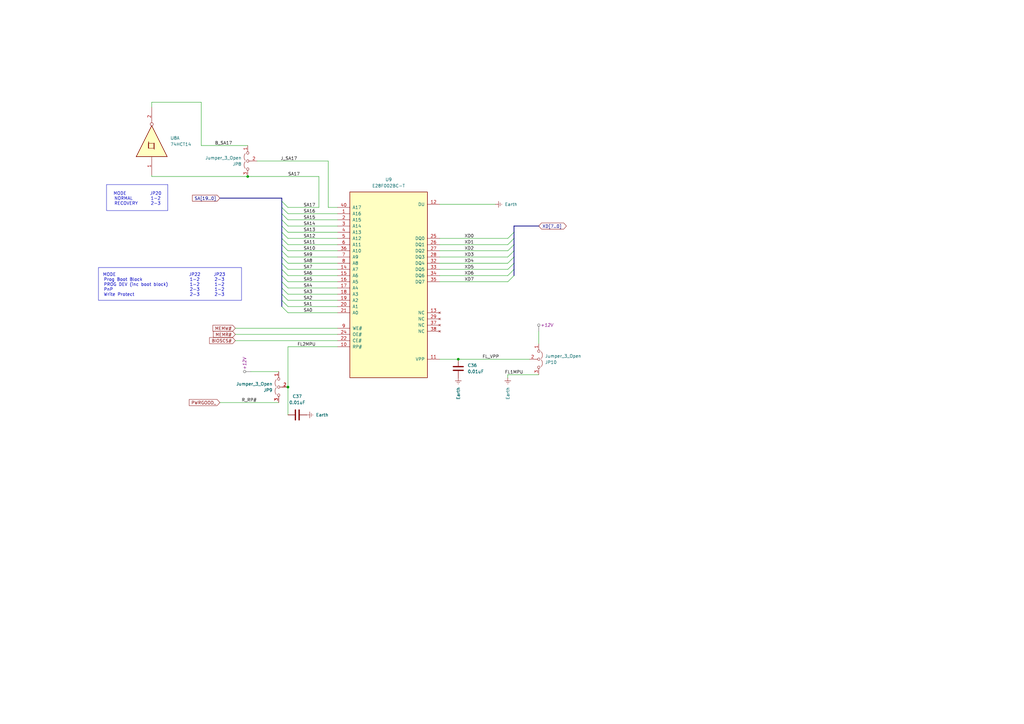
<source format=kicad_sch>
(kicad_sch
	(version 20241004)
	(generator "eeschema")
	(generator_version "8.99")
	(uuid "c21d09c4-6e55-413b-846c-46e45027be87")
	(paper "A3")
	(title_block
		(date "Thursday, April 09, 1998")
		(rev "1.0")
	)
	(lib_symbols
		(symbol "Device:C"
			(pin_numbers
				(hide yes)
			)
			(pin_names
				(offset 0.254)
			)
			(exclude_from_sim no)
			(in_bom yes)
			(on_board yes)
			(property "Reference" "C"
				(at 0.635 2.54 0)
				(effects
					(font
						(size 1.27 1.27)
					)
					(justify left)
				)
			)
			(property "Value" "C"
				(at 0.635 -2.54 0)
				(effects
					(font
						(size 1.27 1.27)
					)
					(justify left)
				)
			)
			(property "Footprint" ""
				(at 0.9652 -3.81 0)
				(effects
					(font
						(size 1.27 1.27)
					)
					(hide yes)
				)
			)
			(property "Datasheet" "~"
				(at 0 0 0)
				(effects
					(font
						(size 1.27 1.27)
					)
					(hide yes)
				)
			)
			(property "Description" "Unpolarized capacitor"
				(at 0 0 0)
				(effects
					(font
						(size 1.27 1.27)
					)
					(hide yes)
				)
			)
			(property "ki_keywords" "cap capacitor"
				(at 0 0 0)
				(effects
					(font
						(size 1.27 1.27)
					)
					(hide yes)
				)
			)
			(property "ki_fp_filters" "C_*"
				(at 0 0 0)
				(effects
					(font
						(size 1.27 1.27)
					)
					(hide yes)
				)
			)
			(symbol "C_0_1"
				(polyline
					(pts
						(xy -2.032 0.762) (xy 2.032 0.762)
					)
					(stroke
						(width 0.508)
						(type default)
					)
					(fill
						(type none)
					)
				)
				(polyline
					(pts
						(xy -2.032 -0.762) (xy 2.032 -0.762)
					)
					(stroke
						(width 0.508)
						(type default)
					)
					(fill
						(type none)
					)
				)
			)
			(symbol "C_1_1"
				(pin passive line
					(at 0 3.81 270)
					(length 2.794)
					(name "~"
						(effects
							(font
								(size 1.27 1.27)
							)
						)
					)
					(number "1"
						(effects
							(font
								(size 1.27 1.27)
							)
						)
					)
				)
				(pin passive line
					(at 0 -3.81 90)
					(length 2.794)
					(name "~"
						(effects
							(font
								(size 1.27 1.27)
							)
						)
					)
					(number "2"
						(effects
							(font
								(size 1.27 1.27)
							)
						)
					)
				)
			)
			(embedded_fonts no)
		)
		(symbol "Jumper:Jumper_3_Open"
			(pin_names
				(offset 0)
				(hide yes)
			)
			(exclude_from_sim yes)
			(in_bom no)
			(on_board yes)
			(property "Reference" "JP"
				(at -2.54 -2.54 0)
				(effects
					(font
						(size 1.27 1.27)
					)
				)
			)
			(property "Value" "Jumper_3_Open"
				(at 0 2.794 0)
				(effects
					(font
						(size 1.27 1.27)
					)
				)
			)
			(property "Footprint" ""
				(at 0 0 0)
				(effects
					(font
						(size 1.27 1.27)
					)
					(hide yes)
				)
			)
			(property "Datasheet" "~"
				(at 0 0 0)
				(effects
					(font
						(size 1.27 1.27)
					)
					(hide yes)
				)
			)
			(property "Description" "Jumper, 3-pole, both open"
				(at 0 0 0)
				(effects
					(font
						(size 1.27 1.27)
					)
					(hide yes)
				)
			)
			(property "ki_keywords" "Jumper SPDT"
				(at 0 0 0)
				(effects
					(font
						(size 1.27 1.27)
					)
					(hide yes)
				)
			)
			(property "ki_fp_filters" "Jumper* TestPoint*3Pads* TestPoint*Bridge*"
				(at 0 0 0)
				(effects
					(font
						(size 1.27 1.27)
					)
					(hide yes)
				)
			)
			(symbol "Jumper_3_Open_0_0"
				(circle
					(center -3.302 0)
					(radius 0.508)
					(stroke
						(width 0)
						(type default)
					)
					(fill
						(type none)
					)
				)
				(circle
					(center 0 0)
					(radius 0.508)
					(stroke
						(width 0)
						(type default)
					)
					(fill
						(type none)
					)
				)
				(circle
					(center 3.302 0)
					(radius 0.508)
					(stroke
						(width 0)
						(type default)
					)
					(fill
						(type none)
					)
				)
			)
			(symbol "Jumper_3_Open_0_1"
				(arc
					(start -3.048 1.016)
					(mid -1.651 1.4992)
					(end -0.254 1.016)
					(stroke
						(width 0)
						(type default)
					)
					(fill
						(type none)
					)
				)
				(polyline
					(pts
						(xy 0 -0.508) (xy 0 -1.27)
					)
					(stroke
						(width 0)
						(type default)
					)
					(fill
						(type none)
					)
				)
				(arc
					(start 0.254 1.016)
					(mid 1.651 1.4992)
					(end 3.048 1.016)
					(stroke
						(width 0)
						(type default)
					)
					(fill
						(type none)
					)
				)
			)
			(symbol "Jumper_3_Open_1_1"
				(pin passive line
					(at -6.35 0 0)
					(length 2.54)
					(name "A"
						(effects
							(font
								(size 1.27 1.27)
							)
						)
					)
					(number "1"
						(effects
							(font
								(size 1.27 1.27)
							)
						)
					)
				)
				(pin passive line
					(at 0 -3.81 90)
					(length 2.54)
					(name "C"
						(effects
							(font
								(size 1.27 1.27)
							)
						)
					)
					(number "2"
						(effects
							(font
								(size 1.27 1.27)
							)
						)
					)
				)
				(pin passive line
					(at 6.35 0 180)
					(length 2.54)
					(name "B"
						(effects
							(font
								(size 1.27 1.27)
							)
						)
					)
					(number "3"
						(effects
							(font
								(size 1.27 1.27)
							)
						)
					)
				)
			)
			(embedded_fonts no)
		)
		(symbol "P2-3_era:74HCT14"
			(exclude_from_sim no)
			(in_bom yes)
			(on_board yes)
			(property "Reference" "U"
				(at -6.858 5.588 0)
				(effects
					(font
						(size 1.27 1.27)
					)
				)
			)
			(property "Value" "74HCT14"
				(at 4.318 5.842 0)
				(effects
					(font
						(size 1.27 1.27)
					)
				)
			)
			(property "Footprint" ""
				(at 6.604 2.286 90)
				(effects
					(font
						(size 1.27 1.27)
					)
					(hide yes)
				)
			)
			(property "Datasheet" "https://www.diodes.com/assets/Datasheets/74HCT14.pdf"
				(at 5.334 7.112 0)
				(effects
					(font
						(size 1.27 1.27)
					)
					(hide yes)
				)
			)
			(property "Description" "6x Schmitt trigger input inverter"
				(at 0.254 -14.224 0)
				(effects
					(font
						(size 1.27 1.27)
					)
					(hide yes)
				)
			)
			(property "ki_locked" ""
				(at 0 0 0)
				(effects
					(font
						(size 1.27 1.27)
					)
				)
			)
			(property "ki_keywords" "6 Schmitt trigger input inverter"
				(at 0 0 0)
				(effects
					(font
						(size 1.27 1.27)
					)
					(hide yes)
				)
			)
			(property "ki_fp_filters" "SG-* SOT*"
				(at 0 0 0)
				(effects
					(font
						(size 1.27 1.27)
					)
					(hide yes)
				)
			)
			(symbol "74HCT14_0_1"
				(rectangle
					(start -1.143 1.397)
					(end 0.889 -0.889)
					(stroke
						(width 0)
						(type default)
					)
					(fill
						(type none)
					)
				)
			)
			(symbol "74HCT14_1_1"
				(polyline
					(pts
						(xy -4.572 6.35) (xy -4.572 -6.35) (xy 8.128 0) (xy -4.572 6.35)
					)
					(stroke
						(width 0.254)
						(type default)
					)
					(fill
						(type background)
					)
				)
				(polyline
					(pts
						(xy -1.524 -1.016) (xy 1.016 -1.016)
					)
					(stroke
						(width 0.254)
						(type default)
					)
					(fill
						(type background)
					)
				)
				(polyline
					(pts
						(xy -1.016 1.27) (xy 1.524 1.27)
					)
					(stroke
						(width 0.254)
						(type default)
					)
					(fill
						(type background)
					)
				)
				(pin input line
					(at -12.192 0 0)
					(length 7.62)
					(name "~"
						(effects
							(font
								(size 1.27 1.27)
							)
						)
					)
					(number "1"
						(effects
							(font
								(size 1.27 1.27)
							)
						)
					)
				)
				(pin open_collector inverted
					(at 15.748 0 180)
					(length 7.62)
					(name "~"
						(effects
							(font
								(size 1.27 1.27)
							)
						)
					)
					(number "2"
						(effects
							(font
								(size 1.27 1.27)
							)
						)
					)
				)
			)
			(symbol "74HCT14_2_1"
				(polyline
					(pts
						(xy -5.08 6.35) (xy -5.08 -6.35) (xy 7.62 0) (xy -5.08 6.35)
					)
					(stroke
						(width 0.254)
						(type default)
					)
					(fill
						(type background)
					)
				)
				(polyline
					(pts
						(xy -2.032 -1.016) (xy 0.508 -1.016)
					)
					(stroke
						(width 0.254)
						(type default)
					)
					(fill
						(type background)
					)
				)
				(polyline
					(pts
						(xy -1.524 1.27) (xy 1.016 1.27)
					)
					(stroke
						(width 0.254)
						(type default)
					)
					(fill
						(type background)
					)
				)
				(pin input line
					(at -12.7 0 0)
					(length 7.62)
					(name "~"
						(effects
							(font
								(size 1.27 1.27)
							)
						)
					)
					(number "3"
						(effects
							(font
								(size 1.27 1.27)
							)
						)
					)
				)
				(pin open_collector inverted
					(at 15.24 0 180)
					(length 7.62)
					(name "~"
						(effects
							(font
								(size 1.27 1.27)
							)
						)
					)
					(number "4"
						(effects
							(font
								(size 1.27 1.27)
							)
						)
					)
				)
			)
			(symbol "74HCT14_3_1"
				(polyline
					(pts
						(xy -4.826 6.35) (xy -4.826 -6.35) (xy 7.874 0) (xy -4.826 6.35)
					)
					(stroke
						(width 0.254)
						(type default)
					)
					(fill
						(type background)
					)
				)
				(polyline
					(pts
						(xy -1.778 -1.016) (xy 0.762 -1.016)
					)
					(stroke
						(width 0.254)
						(type default)
					)
					(fill
						(type background)
					)
				)
				(polyline
					(pts
						(xy -1.27 1.27) (xy 1.27 1.27)
					)
					(stroke
						(width 0.254)
						(type default)
					)
					(fill
						(type background)
					)
				)
				(pin input line
					(at -12.446 0 0)
					(length 7.62)
					(name "~"
						(effects
							(font
								(size 1.27 1.27)
							)
						)
					)
					(number "5"
						(effects
							(font
								(size 1.27 1.27)
							)
						)
					)
				)
				(pin open_collector inverted
					(at 15.494 0 180)
					(length 7.62)
					(name "~"
						(effects
							(font
								(size 1.27 1.27)
							)
						)
					)
					(number "6"
						(effects
							(font
								(size 1.27 1.27)
							)
						)
					)
				)
			)
			(symbol "74HCT14_4_1"
				(polyline
					(pts
						(xy -4.826 6.35) (xy -4.826 -6.35) (xy 7.874 0) (xy -4.826 6.35)
					)
					(stroke
						(width 0.254)
						(type default)
					)
					(fill
						(type background)
					)
				)
				(polyline
					(pts
						(xy -1.778 -1.016) (xy 0.762 -1.016)
					)
					(stroke
						(width 0.254)
						(type default)
					)
					(fill
						(type background)
					)
				)
				(polyline
					(pts
						(xy -1.27 1.27) (xy 1.27 1.27)
					)
					(stroke
						(width 0.254)
						(type default)
					)
					(fill
						(type background)
					)
				)
				(pin input line
					(at -12.446 0 0)
					(length 7.62)
					(name "~"
						(effects
							(font
								(size 1.27 1.27)
							)
						)
					)
					(number "9"
						(effects
							(font
								(size 1.27 1.27)
							)
						)
					)
				)
				(pin open_collector inverted
					(at 15.494 0 180)
					(length 7.62)
					(name "~"
						(effects
							(font
								(size 1.27 1.27)
							)
						)
					)
					(number "8"
						(effects
							(font
								(size 1.27 1.27)
							)
						)
					)
				)
			)
			(symbol "74HCT14_5_1"
				(polyline
					(pts
						(xy -4.572 6.604) (xy -4.572 -6.096) (xy 8.128 0.254) (xy -4.572 6.604)
					)
					(stroke
						(width 0.254)
						(type default)
					)
					(fill
						(type background)
					)
				)
				(polyline
					(pts
						(xy -1.524 -0.762) (xy 1.016 -0.762)
					)
					(stroke
						(width 0.254)
						(type default)
					)
					(fill
						(type background)
					)
				)
				(polyline
					(pts
						(xy -1.016 1.524) (xy 1.524 1.524)
					)
					(stroke
						(width 0.254)
						(type default)
					)
					(fill
						(type background)
					)
				)
				(pin input line
					(at -12.192 0.254 0)
					(length 7.62)
					(name "~"
						(effects
							(font
								(size 1.27 1.27)
							)
						)
					)
					(number "11"
						(effects
							(font
								(size 1.27 1.27)
							)
						)
					)
				)
				(pin open_collector inverted
					(at 15.748 0.254 180)
					(length 7.62)
					(name "~"
						(effects
							(font
								(size 1.27 1.27)
							)
						)
					)
					(number "10"
						(effects
							(font
								(size 1.27 1.27)
							)
						)
					)
				)
			)
			(symbol "74HCT14_6_1"
				(polyline
					(pts
						(xy -4.826 -6.096) (xy -4.826 6.604) (xy 7.874 0.254) (xy -4.826 -6.096)
					)
					(stroke
						(width 0.254)
						(type default)
					)
					(fill
						(type background)
					)
				)
				(polyline
					(pts
						(xy -1.778 1.27) (xy 0.762 1.27)
					)
					(stroke
						(width 0.254)
						(type default)
					)
					(fill
						(type background)
					)
				)
				(polyline
					(pts
						(xy -1.27 -1.016) (xy 1.27 -1.016)
					)
					(stroke
						(width 0.254)
						(type default)
					)
					(fill
						(type background)
					)
				)
				(pin input line
					(at -12.446 0.254 0)
					(length 7.62)
					(name "~"
						(effects
							(font
								(size 1.27 1.27)
							)
						)
					)
					(number "13"
						(effects
							(font
								(size 1.27 1.27)
							)
						)
					)
				)
				(pin open_collector inverted
					(at 15.494 0.254 180)
					(length 7.62)
					(name "~"
						(effects
							(font
								(size 1.27 1.27)
							)
						)
					)
					(number "12"
						(effects
							(font
								(size 1.27 1.27)
							)
						)
					)
				)
			)
			(symbol "74HCT14_7_0"
				(rectangle
					(start -5.334 -7.62)
					(end 4.826 2.54)
					(stroke
						(width 0.254)
						(type default)
					)
					(fill
						(type background)
					)
				)
			)
			(symbol "74HCT14_7_1"
				(polyline
					(pts
						(xy 0.889 -0.889) (xy -1.651 -0.889)
					)
					(stroke
						(width 0.254)
						(type default)
					)
					(fill
						(type background)
					)
				)
				(polyline
					(pts
						(xy 1.397 1.397) (xy -1.143 1.397)
					)
					(stroke
						(width 0.254)
						(type default)
					)
					(fill
						(type background)
					)
				)
				(pin power_in line
					(at -10.414 -2.54 0)
					(length 5.08)
					(name "VCC"
						(effects
							(font
								(size 1.27 1.27)
							)
						)
					)
					(number "14"
						(effects
							(font
								(size 1.27 1.27)
							)
						)
					)
				)
				(pin power_in line
					(at 9.906 -2.54 180)
					(length 5.08)
					(name "GND"
						(effects
							(font
								(size 1.27 1.27)
							)
						)
					)
					(number "7"
						(effects
							(font
								(size 1.27 1.27)
							)
						)
					)
				)
			)
			(embedded_fonts no)
		)
		(symbol "P2-3_era:BIOS"
			(pin_names
				(offset 1.016)
			)
			(exclude_from_sim no)
			(in_bom yes)
			(on_board yes)
			(property "Reference" "U?"
				(at -34.544 65.786 0)
				(effects
					(font
						(size 1.27 1.27)
					)
				)
			)
			(property "Value" "E28F002BC-T"
				(at -33.528 63.246 0)
				(effects
					(font
						(size 1.27 1.27)
					)
				)
			)
			(property "Footprint" ""
				(at -74.13 173.31 0)
				(effects
					(font
						(size 1.27 1.27)
					)
					(hide yes)
				)
			)
			(property "Datasheet" "blah"
				(at -44.45 173.99 0)
				(effects
					(font
						(size 1.27 1.27)
					)
					(hide yes)
				)
			)
			(property "Description" "blah"
				(at -29.718 194.31 0)
				(effects
					(font
						(size 1.27 1.27)
					)
					(hide yes)
				)
			)
			(property "ki_keywords" "AGP1"
				(at 0 0 0)
				(effects
					(font
						(size 1.27 1.27)
					)
					(hide yes)
				)
			)
			(property "ki_fp_filters" "DIP* PDIP*"
				(at 0 0 0)
				(effects
					(font
						(size 1.27 1.27)
					)
					(hide yes)
				)
			)
			(symbol "BIOS_0_1"
				(rectangle
					(start -54.61 60.96)
					(end -22.86 -15.24)
					(stroke
						(width 0.254)
						(type default)
					)
					(fill
						(type background)
					)
				)
			)
			(symbol "BIOS_1_1"
				(pin unspecified line
					(at -59.69 54.61 0)
					(length 5.08)
					(name "A17"
						(effects
							(font
								(size 1.27 1.27)
							)
						)
					)
					(number "40"
						(effects
							(font
								(size 1.27 1.27)
							)
						)
					)
				)
				(pin unspecified line
					(at -59.69 52.07 0)
					(length 5.08)
					(name "A16"
						(effects
							(font
								(size 1.27 1.27)
							)
						)
					)
					(number "1"
						(effects
							(font
								(size 1.27 1.27)
							)
						)
					)
				)
				(pin unspecified line
					(at -59.69 49.53 0)
					(length 5.08)
					(name "A15"
						(effects
							(font
								(size 1.27 1.27)
							)
						)
					)
					(number "2"
						(effects
							(font
								(size 1.27 1.27)
							)
						)
					)
				)
				(pin unspecified line
					(at -59.69 46.99 0)
					(length 5.08)
					(name "A14"
						(effects
							(font
								(size 1.27 1.27)
							)
						)
					)
					(number "3"
						(effects
							(font
								(size 1.27 1.27)
							)
						)
					)
				)
				(pin unspecified line
					(at -59.69 44.45 0)
					(length 5.08)
					(name "A13"
						(effects
							(font
								(size 1.27 1.27)
							)
						)
					)
					(number "4"
						(effects
							(font
								(size 1.27 1.27)
							)
						)
					)
				)
				(pin unspecified line
					(at -59.69 41.91 0)
					(length 5.08)
					(name "A12"
						(effects
							(font
								(size 1.27 1.27)
							)
						)
					)
					(number "5"
						(effects
							(font
								(size 1.27 1.27)
							)
						)
					)
				)
				(pin unspecified line
					(at -59.69 39.37 0)
					(length 5.08)
					(name "A11"
						(effects
							(font
								(size 1.27 1.27)
							)
						)
					)
					(number "6"
						(effects
							(font
								(size 1.27 1.27)
							)
						)
					)
				)
				(pin unspecified line
					(at -59.69 36.83 0)
					(length 5.08)
					(name "A10"
						(effects
							(font
								(size 1.27 1.27)
							)
						)
					)
					(number "36"
						(effects
							(font
								(size 1.27 1.27)
							)
						)
					)
				)
				(pin unspecified line
					(at -59.69 34.29 0)
					(length 5.08)
					(name "A9"
						(effects
							(font
								(size 1.27 1.27)
							)
						)
					)
					(number "7"
						(effects
							(font
								(size 1.27 1.27)
							)
						)
					)
				)
				(pin unspecified line
					(at -59.69 31.75 0)
					(length 5.08)
					(name "A8"
						(effects
							(font
								(size 1.27 1.27)
							)
						)
					)
					(number "8"
						(effects
							(font
								(size 1.27 1.27)
							)
						)
					)
				)
				(pin unspecified line
					(at -59.69 29.21 0)
					(length 5.08)
					(name "A7"
						(effects
							(font
								(size 1.27 1.27)
							)
						)
					)
					(number "14"
						(effects
							(font
								(size 1.27 1.27)
							)
						)
					)
				)
				(pin unspecified line
					(at -59.69 26.67 0)
					(length 5.08)
					(name "A6"
						(effects
							(font
								(size 1.27 1.27)
							)
						)
					)
					(number "15"
						(effects
							(font
								(size 1.27 1.27)
							)
						)
					)
				)
				(pin unspecified line
					(at -59.69 24.13 0)
					(length 5.08)
					(name "A5"
						(effects
							(font
								(size 1.27 1.27)
							)
						)
					)
					(number "16"
						(effects
							(font
								(size 1.27 1.27)
							)
						)
					)
				)
				(pin unspecified line
					(at -59.69 21.59 0)
					(length 5.08)
					(name "A4"
						(effects
							(font
								(size 1.27 1.27)
							)
						)
					)
					(number "17"
						(effects
							(font
								(size 1.27 1.27)
							)
						)
					)
				)
				(pin unspecified line
					(at -59.69 19.05 0)
					(length 5.08)
					(name "A3"
						(effects
							(font
								(size 1.27 1.27)
							)
						)
					)
					(number "18"
						(effects
							(font
								(size 1.27 1.27)
							)
						)
					)
				)
				(pin unspecified line
					(at -59.69 16.51 0)
					(length 5.08)
					(name "A2"
						(effects
							(font
								(size 1.27 1.27)
							)
						)
					)
					(number "19"
						(effects
							(font
								(size 1.27 1.27)
							)
						)
					)
				)
				(pin unspecified line
					(at -59.69 13.97 0)
					(length 5.08)
					(name "A1"
						(effects
							(font
								(size 1.27 1.27)
							)
						)
					)
					(number "20"
						(effects
							(font
								(size 1.27 1.27)
							)
						)
					)
				)
				(pin unspecified line
					(at -59.69 11.43 0)
					(length 5.08)
					(name "A0"
						(effects
							(font
								(size 1.27 1.27)
							)
						)
					)
					(number "21"
						(effects
							(font
								(size 1.27 1.27)
							)
						)
					)
				)
				(pin unspecified line
					(at -59.69 5.08 0)
					(length 5.08)
					(name "WE#"
						(effects
							(font
								(size 1.27 1.27)
							)
						)
					)
					(number "9"
						(effects
							(font
								(size 1.27 1.27)
							)
						)
					)
				)
				(pin unspecified line
					(at -59.69 2.54 0)
					(length 5.08)
					(name "OE#"
						(effects
							(font
								(size 1.27 1.27)
							)
						)
					)
					(number "24"
						(effects
							(font
								(size 1.27 1.27)
							)
						)
					)
				)
				(pin unspecified line
					(at -59.69 0 0)
					(length 5.08)
					(name "CE#"
						(effects
							(font
								(size 1.27 1.27)
							)
						)
					)
					(number "22"
						(effects
							(font
								(size 1.27 1.27)
							)
						)
					)
				)
				(pin unspecified line
					(at -59.69 -2.54 0)
					(length 5.08)
					(name "RP#"
						(effects
							(font
								(size 1.27 1.27)
							)
						)
					)
					(number "10"
						(effects
							(font
								(size 1.27 1.27)
							)
						)
					)
				)
				(pin power_out line
					(at -17.78 55.88 180)
					(length 5.08)
					(name "DU"
						(effects
							(font
								(size 1.27 1.27)
							)
						)
					)
					(number "12"
						(effects
							(font
								(size 1.27 1.27)
							)
						)
					)
				)
				(pin unspecified line
					(at -17.78 41.91 180)
					(length 5.08)
					(name "DQ0"
						(effects
							(font
								(size 1.27 1.27)
							)
						)
					)
					(number "25"
						(effects
							(font
								(size 1.27 1.27)
							)
						)
					)
				)
				(pin unspecified line
					(at -17.78 39.37 180)
					(length 5.08)
					(name "DQ1"
						(effects
							(font
								(size 1.27 1.27)
							)
						)
					)
					(number "26"
						(effects
							(font
								(size 1.27 1.27)
							)
						)
					)
				)
				(pin unspecified line
					(at -17.78 36.83 180)
					(length 5.08)
					(name "DQ2"
						(effects
							(font
								(size 1.27 1.27)
							)
						)
					)
					(number "27"
						(effects
							(font
								(size 1.27 1.27)
							)
						)
					)
				)
				(pin unspecified line
					(at -17.78 34.29 180)
					(length 5.08)
					(name "DQ3"
						(effects
							(font
								(size 1.27 1.27)
							)
						)
					)
					(number "28"
						(effects
							(font
								(size 1.27 1.27)
							)
						)
					)
				)
				(pin unspecified line
					(at -17.78 31.75 180)
					(length 5.08)
					(name "DQ4"
						(effects
							(font
								(size 1.27 1.27)
							)
						)
					)
					(number "32"
						(effects
							(font
								(size 1.27 1.27)
							)
						)
					)
				)
				(pin unspecified line
					(at -17.78 29.21 180)
					(length 5.08)
					(name "DQ5"
						(effects
							(font
								(size 1.27 1.27)
							)
						)
					)
					(number "33"
						(effects
							(font
								(size 1.27 1.27)
							)
						)
					)
				)
				(pin unspecified line
					(at -17.78 26.67 180)
					(length 5.08)
					(name "DQ6"
						(effects
							(font
								(size 1.27 1.27)
							)
						)
					)
					(number "34"
						(effects
							(font
								(size 1.27 1.27)
							)
						)
					)
				)
				(pin unspecified line
					(at -17.78 24.13 180)
					(length 5.08)
					(name "DQ7"
						(effects
							(font
								(size 1.27 1.27)
							)
						)
					)
					(number "35"
						(effects
							(font
								(size 1.27 1.27)
							)
						)
					)
				)
				(pin no_connect line
					(at -17.78 11.43 180)
					(length 5.08)
					(name "NC"
						(effects
							(font
								(size 1.27 1.27)
							)
						)
					)
					(number "13"
						(effects
							(font
								(size 1.27 1.27)
							)
						)
					)
				)
				(pin no_connect line
					(at -17.78 8.89 180)
					(length 5.08)
					(name "NC"
						(effects
							(font
								(size 1.27 1.27)
							)
						)
					)
					(number "29"
						(effects
							(font
								(size 1.27 1.27)
							)
						)
					)
				)
				(pin no_connect line
					(at -17.78 6.35 180)
					(length 5.08)
					(name "NC"
						(effects
							(font
								(size 1.27 1.27)
							)
						)
					)
					(number "37"
						(effects
							(font
								(size 1.27 1.27)
							)
						)
					)
				)
				(pin no_connect line
					(at -17.78 3.81 180)
					(length 5.08)
					(name "NC"
						(effects
							(font
								(size 1.27 1.27)
							)
						)
					)
					(number "38"
						(effects
							(font
								(size 1.27 1.27)
							)
						)
					)
				)
				(pin unspecified line
					(at -17.78 -7.62 180)
					(length 5.08)
					(name "VPP"
						(effects
							(font
								(size 1.27 1.27)
							)
						)
					)
					(number "11"
						(effects
							(font
								(size 1.27 1.27)
							)
						)
					)
				)
			)
			(embedded_fonts no)
		)
		(symbol "power:Earth"
			(power)
			(pin_numbers
				(hide yes)
			)
			(pin_names
				(offset 0)
				(hide yes)
			)
			(exclude_from_sim no)
			(in_bom yes)
			(on_board yes)
			(property "Reference" "#PWR"
				(at 0 -6.35 0)
				(effects
					(font
						(size 1.27 1.27)
					)
					(hide yes)
				)
			)
			(property "Value" "Earth"
				(at 0 -3.81 0)
				(effects
					(font
						(size 1.27 1.27)
					)
				)
			)
			(property "Footprint" ""
				(at 0 0 0)
				(effects
					(font
						(size 1.27 1.27)
					)
					(hide yes)
				)
			)
			(property "Datasheet" "~"
				(at 0 0 0)
				(effects
					(font
						(size 1.27 1.27)
					)
					(hide yes)
				)
			)
			(property "Description" "Power symbol creates a global label with name \"Earth\""
				(at 0 0 0)
				(effects
					(font
						(size 1.27 1.27)
					)
					(hide yes)
				)
			)
			(property "ki_keywords" "global ground gnd"
				(at 0 0 0)
				(effects
					(font
						(size 1.27 1.27)
					)
					(hide yes)
				)
			)
			(symbol "Earth_0_1"
				(polyline
					(pts
						(xy -0.635 -1.905) (xy 0.635 -1.905)
					)
					(stroke
						(width 0)
						(type default)
					)
					(fill
						(type none)
					)
				)
				(polyline
					(pts
						(xy -0.127 -2.54) (xy 0.127 -2.54)
					)
					(stroke
						(width 0)
						(type default)
					)
					(fill
						(type none)
					)
				)
				(polyline
					(pts
						(xy 0 -1.27) (xy 0 0)
					)
					(stroke
						(width 0)
						(type default)
					)
					(fill
						(type none)
					)
				)
				(polyline
					(pts
						(xy 1.27 -1.27) (xy -1.27 -1.27)
					)
					(stroke
						(width 0)
						(type default)
					)
					(fill
						(type none)
					)
				)
			)
			(symbol "Earth_1_1"
				(pin power_in line
					(at 0 0 270)
					(length 0)
					(name "~"
						(effects
							(font
								(size 1.27 1.27)
							)
						)
					)
					(number "1"
						(effects
							(font
								(size 1.27 1.27)
							)
						)
					)
				)
			)
			(embedded_fonts no)
		)
	)
	(rectangle
		(start 43.688 75.692)
		(end 68.834 86.36)
		(stroke
			(width 0)
			(type default)
		)
		(fill
			(type none)
		)
		(uuid 8cc4a87d-5bb3-43ab-b069-d4dfd0d1e6ee)
	)
	(rectangle
		(start 40.386 109.728)
		(end 99.06 123.19)
		(stroke
			(width 0)
			(type default)
		)
		(fill
			(type none)
		)
		(uuid bd94b7c5-52b5-413a-92e2-513e291b5928)
	)
	(text "MODE						JP22	JP23\nProg Boot Block				1-2		2-3\nPROG DEV (inc boot block)	1-2		1-2\nPnP							2-3		1-2\nWrite Protect				2-3		2-3"
		(exclude_from_sim no)
		(at 67.31 116.84 0)
		(effects
			(font
				(size 1.27 1.27)
				(thickness 0.16)
				(bold yes)
			)
		)
		(uuid "2f5745de-ed7a-4205-8daf-bb1d71ca485b")
	)
	(text "MODE		JP20\nNORMAL		1-2\nRECOVERY	2-3"
		(exclude_from_sim no)
		(at 56.388 81.534 0)
		(effects
			(font
				(size 1.27 1.27)
			)
		)
		(uuid "b5cd0345-130c-4e57-8b14-071a6cda5c88")
	)
	(junction
		(at 187.96 147.32)
		(diameter 0)
		(color 0 0 0 0)
		(uuid "3a2aa7f4-850c-45f9-bd85-c31b5ee51c41")
	)
	(junction
		(at 101.6 72.39)
		(diameter 0)
		(color 0 0 0 0)
		(uuid "c497d20d-e9e5-4441-91bb-6364bf97af07")
	)
	(junction
		(at 118.11 158.75)
		(diameter 0)
		(color 0 0 0 0)
		(uuid "ce702b07-1926-4097-aad7-bb2ba72675c7")
	)
	(bus_entry
		(at 115.57 90.17)
		(size 2.54 2.54)
		(stroke
			(width 0)
			(type default)
		)
		(uuid "030e9bbf-e831-407f-8edb-e6b79b6f24bf")
	)
	(bus_entry
		(at 115.57 100.33)
		(size 2.54 2.54)
		(stroke
			(width 0)
			(type default)
		)
		(uuid "04d171ab-67a1-41d0-977e-ec6f8c2c8a89")
	)
	(bus_entry
		(at 208.28 102.87)
		(size 2.54 -2.54)
		(stroke
			(width 0)
			(type default)
		)
		(uuid "10d4b2b4-2d87-47b3-9289-2fc1425929ce")
	)
	(bus_entry
		(at 115.57 118.11)
		(size 2.54 2.54)
		(stroke
			(width 0)
			(type default)
		)
		(uuid "10ef39cc-7f18-47f9-bac5-9c01e5e13b8f")
	)
	(bus_entry
		(at 208.28 105.41)
		(size 2.54 -2.54)
		(stroke
			(width 0)
			(type default)
		)
		(uuid "15a3d2bb-bca7-4a2a-a9cf-7bc2132e0d3e")
	)
	(bus_entry
		(at 208.28 107.95)
		(size 2.54 -2.54)
		(stroke
			(width 0)
			(type default)
		)
		(uuid "201d9168-24cd-404d-aa50-a0e8796d5dfd")
	)
	(bus_entry
		(at 115.57 95.25)
		(size 2.54 2.54)
		(stroke
			(width 0)
			(type default)
		)
		(uuid "2d40d83f-e264-4100-ab85-70f4bba56047")
	)
	(bus_entry
		(at 115.57 102.87)
		(size 2.54 2.54)
		(stroke
			(width 0)
			(type default)
		)
		(uuid "3bb16889-ce73-4593-b1d9-25e550cf29bc")
	)
	(bus_entry
		(at 115.57 97.79)
		(size 2.54 2.54)
		(stroke
			(width 0)
			(type default)
		)
		(uuid "3d2b3140-9ea8-43a3-a7b7-b2b5bf97e784")
	)
	(bus_entry
		(at 115.57 82.55)
		(size 2.54 2.54)
		(stroke
			(width 0)
			(type default)
		)
		(uuid "44e2110b-73b2-48fa-a1fc-91d3c8c366fa")
	)
	(bus_entry
		(at 208.28 110.49)
		(size 2.54 -2.54)
		(stroke
			(width 0)
			(type default)
		)
		(uuid "502d50a3-3243-451a-beb3-ec957eca6441")
	)
	(bus_entry
		(at 115.57 123.19)
		(size 2.54 2.54)
		(stroke
			(width 0)
			(type default)
		)
		(uuid "523e1549-ae5b-40bf-bd04-70b2869d8a33")
	)
	(bus_entry
		(at 208.28 113.03)
		(size 2.54 -2.54)
		(stroke
			(width 0)
			(type default)
		)
		(uuid "5281ffd2-96ac-4bd6-bdcd-82102dc2417e")
	)
	(bus_entry
		(at 208.28 115.57)
		(size 2.54 -2.54)
		(stroke
			(width 0)
			(type default)
		)
		(uuid "58f9170b-0232-4ef4-8bf8-ca527cae3ecd")
	)
	(bus_entry
		(at 115.57 92.71)
		(size 2.54 2.54)
		(stroke
			(width 0)
			(type default)
		)
		(uuid "5ccea85a-872b-4852-b608-f04879b42999")
	)
	(bus_entry
		(at 115.57 85.09)
		(size 2.54 2.54)
		(stroke
			(width 0)
			(type default)
		)
		(uuid "5fd28d5a-168d-4558-b104-7d3b237295db")
	)
	(bus_entry
		(at 208.28 97.79)
		(size 2.54 -2.54)
		(stroke
			(width 0)
			(type default)
		)
		(uuid "7acb6502-6184-4b2b-851d-f7453b22b8a2")
	)
	(bus_entry
		(at 115.57 105.41)
		(size 2.54 2.54)
		(stroke
			(width 0)
			(type default)
		)
		(uuid "7d8d2140-f3c0-4eba-8cee-cb666f102300")
	)
	(bus_entry
		(at 208.28 100.33)
		(size 2.54 -2.54)
		(stroke
			(width 0)
			(type default)
		)
		(uuid "7eed80b4-ff0e-48e7-bc90-742dfedf898a")
	)
	(bus_entry
		(at 115.57 125.73)
		(size 2.54 2.54)
		(stroke
			(width 0)
			(type default)
		)
		(uuid "84ab3d67-9859-421e-ae92-85b2b116b9b6")
	)
	(bus_entry
		(at 115.57 110.49)
		(size 2.54 2.54)
		(stroke
			(width 0)
			(type default)
		)
		(uuid "8e9a9b49-059d-4a33-bf9a-1a9534535449")
	)
	(bus_entry
		(at 115.57 107.95)
		(size 2.54 2.54)
		(stroke
			(width 0)
			(type default)
		)
		(uuid "9e603830-d381-4b9b-8300-24d8cd3db2ad")
	)
	(bus_entry
		(at 115.57 115.57)
		(size 2.54 2.54)
		(stroke
			(width 0)
			(type default)
		)
		(uuid "acc0f594-2166-46eb-92db-e3f34d317bd7")
	)
	(bus_entry
		(at 115.57 120.65)
		(size 2.54 2.54)
		(stroke
			(width 0)
			(type default)
		)
		(uuid "adb4d187-096e-4c16-9454-aa03e98de270")
	)
	(bus_entry
		(at 115.57 113.03)
		(size 2.54 2.54)
		(stroke
			(width 0)
			(type default)
		)
		(uuid "c34db85c-c6d3-44e5-9e0c-7156b06c632e")
	)
	(bus_entry
		(at 115.57 87.63)
		(size 2.54 2.54)
		(stroke
			(width 0)
			(type default)
		)
		(uuid "fa6f0da3-2f52-414c-aa17-9f93fdda285b")
	)
	(bus
		(pts
			(xy 115.57 107.95) (xy 115.57 110.49)
		)
		(stroke
			(width 0)
			(type default)
		)
		(uuid "01356aa8-5c51-4dc7-936c-ead5bcac838f")
	)
	(wire
		(pts
			(xy 180.34 110.49) (xy 208.28 110.49)
		)
		(stroke
			(width 0)
			(type default)
		)
		(uuid "043cd35d-8e9f-4648-9f01-06709c18b05f")
	)
	(wire
		(pts
			(xy 102.87 152.4) (xy 114.3 152.4)
		)
		(stroke
			(width 0)
			(type default)
		)
		(uuid "0817c556-f681-43e8-8f02-5cb594604475")
	)
	(wire
		(pts
			(xy 220.98 135.89) (xy 220.98 140.97)
		)
		(stroke
			(width 0)
			(type default)
		)
		(uuid "0d133825-50a3-4524-a3aa-4ba0f4e32790")
	)
	(wire
		(pts
			(xy 180.34 107.95) (xy 208.28 107.95)
		)
		(stroke
			(width 0)
			(type default)
		)
		(uuid "0d2dc87b-a519-447d-a883-250bbb4c7da4")
	)
	(wire
		(pts
			(xy 118.11 95.25) (xy 138.43 95.25)
		)
		(stroke
			(width 0)
			(type default)
		)
		(uuid "0e0c0718-ebc3-4b76-a48c-339e318d585d")
	)
	(wire
		(pts
			(xy 105.41 66.04) (xy 134.62 66.04)
		)
		(stroke
			(width 0)
			(type default)
		)
		(uuid "11816e59-fdc8-4ef3-bdb3-2eda7cc39f6c")
	)
	(wire
		(pts
			(xy 118.11 113.03) (xy 138.43 113.03)
		)
		(stroke
			(width 0)
			(type default)
		)
		(uuid "121ff221-721c-4926-aaa4-a1fc568d02ea")
	)
	(wire
		(pts
			(xy 118.11 128.27) (xy 138.43 128.27)
		)
		(stroke
			(width 0)
			(type default)
		)
		(uuid "15543e27-1c56-4790-8426-e4aa8c274f5f")
	)
	(wire
		(pts
			(xy 118.11 158.75) (xy 118.11 170.18)
		)
		(stroke
			(width 0)
			(type default)
		)
		(uuid "16f4d7ac-372b-44ce-a9a4-7d14ab6333e9")
	)
	(bus
		(pts
			(xy 115.57 118.11) (xy 115.57 120.65)
		)
		(stroke
			(width 0)
			(type default)
		)
		(uuid "1aa222a9-c042-4e04-acce-a81c68f540f6")
	)
	(wire
		(pts
			(xy 90.17 165.1) (xy 114.3 165.1)
		)
		(stroke
			(width 0)
			(type default)
		)
		(uuid "1e8b3c46-d712-4c6b-9a59-5a51bdca8a6d")
	)
	(wire
		(pts
			(xy 118.11 115.57) (xy 138.43 115.57)
		)
		(stroke
			(width 0)
			(type default)
		)
		(uuid "1fb4a5f1-9adc-463b-9e3f-ad132a1e45a7")
	)
	(wire
		(pts
			(xy 118.11 142.24) (xy 138.43 142.24)
		)
		(stroke
			(width 0)
			(type default)
		)
		(uuid "2083ee4d-ce0c-4a86-a9f3-655b2c06bdd0")
	)
	(wire
		(pts
			(xy 180.34 102.87) (xy 208.28 102.87)
		)
		(stroke
			(width 0)
			(type default)
		)
		(uuid "239c0f97-04d9-48f2-839c-cf6e6ef59f5e")
	)
	(wire
		(pts
			(xy 62.23 72.39) (xy 101.6 72.39)
		)
		(stroke
			(width 0)
			(type default)
		)
		(uuid "28cb5485-ddd1-428f-851b-0b64c0c23a34")
	)
	(wire
		(pts
			(xy 118.11 92.71) (xy 138.43 92.71)
		)
		(stroke
			(width 0)
			(type default)
		)
		(uuid "29216f91-bbc6-4665-ba9a-ccb1d306042d")
	)
	(bus
		(pts
			(xy 115.57 105.41) (xy 115.57 107.95)
		)
		(stroke
			(width 0)
			(type default)
		)
		(uuid "2a3d7f4a-577f-4051-b9cb-83da3fb8c20d")
	)
	(wire
		(pts
			(xy 118.11 85.09) (xy 130.81 85.09)
		)
		(stroke
			(width 0)
			(type default)
		)
		(uuid "2a4ed833-a40a-4e23-b574-ac3030b17d72")
	)
	(bus
		(pts
			(xy 115.57 81.28) (xy 115.57 82.55)
		)
		(stroke
			(width 0)
			(type default)
		)
		(uuid "2b001660-fc8c-4119-b9b3-393ded30160c")
	)
	(bus
		(pts
			(xy 210.82 107.95) (xy 210.82 110.49)
		)
		(stroke
			(width 0)
			(type default)
		)
		(uuid "2cc76bac-3bf9-48ad-8414-5f8960052438")
	)
	(wire
		(pts
			(xy 180.34 105.41) (xy 208.28 105.41)
		)
		(stroke
			(width 0)
			(type default)
		)
		(uuid "2cf14840-d699-4cff-aa6f-2da506afa5b5")
	)
	(bus
		(pts
			(xy 115.57 90.17) (xy 115.57 92.71)
		)
		(stroke
			(width 0)
			(type default)
		)
		(uuid "2d05c1ff-f6db-4d99-b0c3-cabd1b384d3c")
	)
	(bus
		(pts
			(xy 115.57 110.49) (xy 115.57 113.03)
		)
		(stroke
			(width 0)
			(type default)
		)
		(uuid "305a1003-1876-435c-9b46-02b97dfe8b20")
	)
	(wire
		(pts
			(xy 101.6 72.39) (xy 130.81 72.39)
		)
		(stroke
			(width 0)
			(type default)
		)
		(uuid "327ac5b1-1359-42f5-a37e-5afe7b74e2ec")
	)
	(wire
		(pts
			(xy 118.11 110.49) (xy 138.43 110.49)
		)
		(stroke
			(width 0)
			(type default)
		)
		(uuid "328f6fff-5feb-459d-aa98-fd867b707f9f")
	)
	(wire
		(pts
			(xy 180.34 97.79) (xy 208.28 97.79)
		)
		(stroke
			(width 0)
			(type default)
		)
		(uuid "38be228b-90cf-4a72-befe-2f4ec0196ef2")
	)
	(bus
		(pts
			(xy 115.57 92.71) (xy 115.57 95.25)
		)
		(stroke
			(width 0)
			(type default)
		)
		(uuid "3b63b0e8-d769-4f90-9828-1c7da014dfd6")
	)
	(wire
		(pts
			(xy 62.23 41.91) (xy 82.55 41.91)
		)
		(stroke
			(width 0)
			(type default)
		)
		(uuid "45977f2d-f695-4f94-a094-460185931c24")
	)
	(wire
		(pts
			(xy 180.34 100.33) (xy 208.28 100.33)
		)
		(stroke
			(width 0)
			(type default)
		)
		(uuid "46c1bb6b-5325-4bed-ac7e-cabf632de0ac")
	)
	(bus
		(pts
			(xy 210.82 102.87) (xy 210.82 105.41)
		)
		(stroke
			(width 0)
			(type default)
		)
		(uuid "4c60214d-637b-427e-8353-ba8ba7154496")
	)
	(bus
		(pts
			(xy 210.82 92.71) (xy 220.98 92.71)
		)
		(stroke
			(width 0)
			(type default)
		)
		(uuid "4c8ddde2-8582-45ca-a0df-9a95280a84ac")
	)
	(bus
		(pts
			(xy 115.57 115.57) (xy 115.57 118.11)
		)
		(stroke
			(width 0)
			(type default)
		)
		(uuid "4f8a2fb8-cff8-4293-b4b6-987a66419771")
	)
	(wire
		(pts
			(xy 96.52 139.7) (xy 138.43 139.7)
		)
		(stroke
			(width 0)
			(type default)
		)
		(uuid "5171bf9c-5878-4ce8-b932-37239d267623")
	)
	(bus
		(pts
			(xy 115.57 113.03) (xy 115.57 115.57)
		)
		(stroke
			(width 0)
			(type default)
		)
		(uuid "517dad27-95dc-4977-9ccd-b126360efe08")
	)
	(bus
		(pts
			(xy 115.57 82.55) (xy 115.57 85.09)
		)
		(stroke
			(width 0)
			(type default)
		)
		(uuid "51e5cba4-4530-48ca-b469-f2ca5b6bc45f")
	)
	(bus
		(pts
			(xy 210.82 95.25) (xy 210.82 97.79)
		)
		(stroke
			(width 0)
			(type default)
		)
		(uuid "5299430c-08ba-4c8c-a4dc-184daa0e79b9")
	)
	(wire
		(pts
			(xy 118.11 105.41) (xy 138.43 105.41)
		)
		(stroke
			(width 0)
			(type default)
		)
		(uuid "54245d58-2b31-4d21-a2fe-d37481cd9fc3")
	)
	(bus
		(pts
			(xy 90.17 81.28) (xy 115.57 81.28)
		)
		(stroke
			(width 0)
			(type default)
		)
		(uuid "63528bcc-7dfe-4c97-941a-c31631cfd941")
	)
	(bus
		(pts
			(xy 210.82 97.79) (xy 210.82 100.33)
		)
		(stroke
			(width 0)
			(type default)
		)
		(uuid "65e13739-ebaf-4c9b-a9f3-33adac678530")
	)
	(wire
		(pts
			(xy 180.34 115.57) (xy 208.28 115.57)
		)
		(stroke
			(width 0)
			(type default)
		)
		(uuid "67dbff57-d39f-42cd-ab6d-500f2870a159")
	)
	(wire
		(pts
			(xy 118.11 87.63) (xy 138.43 87.63)
		)
		(stroke
			(width 0)
			(type default)
		)
		(uuid "6a9f9b23-8563-4112-ba98-6ee4fe07c13f")
	)
	(wire
		(pts
			(xy 118.11 125.73) (xy 138.43 125.73)
		)
		(stroke
			(width 0)
			(type default)
		)
		(uuid "6be2e07f-96aa-48c4-aca4-430c3759b094")
	)
	(bus
		(pts
			(xy 115.57 120.65) (xy 115.57 123.19)
		)
		(stroke
			(width 0)
			(type default)
		)
		(uuid "70accaeb-97b9-49da-ad07-073d842cd20c")
	)
	(wire
		(pts
			(xy 134.62 85.09) (xy 138.43 85.09)
		)
		(stroke
			(width 0)
			(type default)
		)
		(uuid "7277b755-4a2d-4379-aa85-367fadf91d3d")
	)
	(bus
		(pts
			(xy 210.82 110.49) (xy 210.82 113.03)
		)
		(stroke
			(width 0)
			(type default)
		)
		(uuid "72c32661-0072-4ea1-b8ff-487b40dfc937")
	)
	(wire
		(pts
			(xy 208.28 153.67) (xy 220.98 153.67)
		)
		(stroke
			(width 0)
			(type default)
		)
		(uuid "7bbbdf0f-09ee-4735-90d5-8e16c0a6c20a")
	)
	(wire
		(pts
			(xy 82.55 41.91) (xy 82.55 59.69)
		)
		(stroke
			(width 0)
			(type default)
		)
		(uuid "95ebbe31-eb34-46a2-ac8c-2f3ba64b108c")
	)
	(wire
		(pts
			(xy 180.34 113.03) (xy 208.28 113.03)
		)
		(stroke
			(width 0)
			(type default)
		)
		(uuid "98fac2e7-0675-44be-b663-c1b282d76375")
	)
	(wire
		(pts
			(xy 118.11 120.65) (xy 138.43 120.65)
		)
		(stroke
			(width 0)
			(type default)
		)
		(uuid "9945660a-71a1-47ac-93e5-80d5bf43d22c")
	)
	(bus
		(pts
			(xy 210.82 100.33) (xy 210.82 102.87)
		)
		(stroke
			(width 0)
			(type default)
		)
		(uuid "9afbc948-15cd-4554-849e-13480b929db1")
	)
	(wire
		(pts
			(xy 62.23 71.882) (xy 62.23 72.39)
		)
		(stroke
			(width 0)
			(type default)
		)
		(uuid "9da84339-18c7-4aa2-b3b8-49a9ba84a194")
	)
	(wire
		(pts
			(xy 118.11 100.33) (xy 138.43 100.33)
		)
		(stroke
			(width 0)
			(type default)
		)
		(uuid "a173b6e9-aae4-4ab8-8804-09e400834a9e")
	)
	(wire
		(pts
			(xy 96.52 137.16) (xy 138.43 137.16)
		)
		(stroke
			(width 0)
			(type default)
		)
		(uuid "a242e311-50d9-4038-915e-b238071ce809")
	)
	(wire
		(pts
			(xy 118.11 118.11) (xy 138.43 118.11)
		)
		(stroke
			(width 0)
			(type default)
		)
		(uuid "a3a87499-8b87-4a29-95c8-32baa00e2211")
	)
	(wire
		(pts
			(xy 118.11 123.19) (xy 138.43 123.19)
		)
		(stroke
			(width 0)
			(type default)
		)
		(uuid "ad1e52b6-2194-4872-b85f-28f223728863")
	)
	(wire
		(pts
			(xy 96.52 134.62) (xy 138.43 134.62)
		)
		(stroke
			(width 0)
			(type default)
		)
		(uuid "b4002c19-c208-4df4-ac3f-9be4bf00e492")
	)
	(wire
		(pts
			(xy 82.55 59.69) (xy 101.6 59.69)
		)
		(stroke
			(width 0)
			(type default)
		)
		(uuid "b6ad3c7d-9283-4b17-bfd7-071a8bcc532d")
	)
	(wire
		(pts
			(xy 118.11 142.24) (xy 118.11 158.75)
		)
		(stroke
			(width 0)
			(type default)
		)
		(uuid "b7da29a5-784a-4656-a169-beea83fd112f")
	)
	(wire
		(pts
			(xy 134.62 66.04) (xy 134.62 85.09)
		)
		(stroke
			(width 0)
			(type default)
		)
		(uuid "c2aeb18b-4f7c-41d5-801b-5564220dc3c4")
	)
	(bus
		(pts
			(xy 115.57 95.25) (xy 115.57 97.79)
		)
		(stroke
			(width 0)
			(type default)
		)
		(uuid "c76034e4-7ef2-4eea-af1b-e1ee67546e3c")
	)
	(wire
		(pts
			(xy 118.11 97.79) (xy 138.43 97.79)
		)
		(stroke
			(width 0)
			(type default)
		)
		(uuid "c83e2bfb-b9e0-47ba-bf9e-7515950d97bf")
	)
	(bus
		(pts
			(xy 210.82 105.41) (xy 210.82 107.95)
		)
		(stroke
			(width 0)
			(type default)
		)
		(uuid "caf04786-d3cc-49e9-85a7-51388f03341f")
	)
	(wire
		(pts
			(xy 203.2 83.82) (xy 180.34 83.82)
		)
		(stroke
			(width 0)
			(type default)
		)
		(uuid "cdc95a25-4ef4-4a47-95ce-68efde5fb859")
	)
	(bus
		(pts
			(xy 115.57 123.19) (xy 115.57 125.73)
		)
		(stroke
			(width 0)
			(type default)
		)
		(uuid "d1210177-b0c1-4ec8-b9f0-c5fc80bce510")
	)
	(bus
		(pts
			(xy 210.82 92.71) (xy 210.82 95.25)
		)
		(stroke
			(width 0)
			(type default)
		)
		(uuid "d291f9e0-31e8-4b86-bcdf-4741e25c71ed")
	)
	(wire
		(pts
			(xy 187.96 147.32) (xy 217.17 147.32)
		)
		(stroke
			(width 0)
			(type default)
		)
		(uuid "d568d5d7-2526-4782-bc78-df1da134f695")
	)
	(wire
		(pts
			(xy 130.81 72.39) (xy 130.81 85.09)
		)
		(stroke
			(width 0)
			(type default)
		)
		(uuid "d852742e-056d-4362-ae74-a1a6625cddf4")
	)
	(bus
		(pts
			(xy 115.57 102.87) (xy 115.57 105.41)
		)
		(stroke
			(width 0)
			(type default)
		)
		(uuid "e295699b-5f6d-4286-bc35-e11d50545271")
	)
	(wire
		(pts
			(xy 118.11 102.87) (xy 138.43 102.87)
		)
		(stroke
			(width 0)
			(type default)
		)
		(uuid "e7cb26ad-2bc4-4d47-a6b7-e5cd2969fd2a")
	)
	(bus
		(pts
			(xy 115.57 85.09) (xy 115.57 87.63)
		)
		(stroke
			(width 0)
			(type default)
		)
		(uuid "ea3bc05b-3aa5-464f-b544-dfba402ab194")
	)
	(wire
		(pts
			(xy 118.11 90.17) (xy 138.43 90.17)
		)
		(stroke
			(width 0)
			(type default)
		)
		(uuid "ea9e39ce-bfcb-4255-99d0-8170fb034f35")
	)
	(wire
		(pts
			(xy 208.28 153.67) (xy 208.28 154.94)
		)
		(stroke
			(width 0)
			(type default)
		)
		(uuid "eaec97ca-e34a-42d7-92ab-3aea8700f10f")
	)
	(bus
		(pts
			(xy 115.57 87.63) (xy 115.57 90.17)
		)
		(stroke
			(width 0)
			(type default)
		)
		(uuid "ed886489-3414-4e7a-bfdc-9b0f954b4ff5")
	)
	(wire
		(pts
			(xy 62.23 41.91) (xy 62.23 43.942)
		)
		(stroke
			(width 0)
			(type default)
		)
		(uuid "eec9f287-9977-4894-9ab9-5c00efb2ca8d")
	)
	(wire
		(pts
			(xy 180.34 147.32) (xy 187.96 147.32)
		)
		(stroke
			(width 0)
			(type default)
		)
		(uuid "eeec0bb6-421a-4fd2-baff-f67aa1a318a3")
	)
	(bus
		(pts
			(xy 115.57 97.79) (xy 115.57 100.33)
		)
		(stroke
			(width 0)
			(type default)
		)
		(uuid "f16f171e-788a-4f18-b4b0-16f6e78c7b42")
	)
	(bus
		(pts
			(xy 115.57 100.33) (xy 115.57 102.87)
		)
		(stroke
			(width 0)
			(type default)
		)
		(uuid "f77c6552-ecff-4584-b54c-20b629b3d5f9")
	)
	(wire
		(pts
			(xy 118.11 107.95) (xy 138.43 107.95)
		)
		(stroke
			(width 0)
			(type default)
		)
		(uuid "fe10c834-54b6-40e5-bf8e-7f380d339b30")
	)
	(label "XD5"
		(at 190.5 110.49 0)
		(fields_autoplaced yes)
		(effects
			(font
				(size 1.27 1.27)
			)
			(justify left bottom)
		)
		(uuid "09913879-1112-4006-a269-54bad50641f8")
	)
	(label "XD4"
		(at 190.5 107.95 0)
		(fields_autoplaced yes)
		(effects
			(font
				(size 1.27 1.27)
			)
			(justify left bottom)
		)
		(uuid "193b9a1f-ba82-4a61-b16b-0efe2778e034")
	)
	(label "SA11"
		(at 124.46 100.33 0)
		(fields_autoplaced yes)
		(effects
			(font
				(size 1.27 1.27)
			)
			(justify left bottom)
		)
		(uuid "1a475ce6-504e-453f-b443-22c8942794d7")
	)
	(label "R_RP#"
		(at 99.06 165.1 0)
		(fields_autoplaced yes)
		(effects
			(font
				(size 1.27 1.27)
			)
			(justify left bottom)
		)
		(uuid "2bcaf1ad-aa94-4c34-966f-d62469ae0e88")
	)
	(label "SA3"
		(at 124.46 120.65 0)
		(fields_autoplaced yes)
		(effects
			(font
				(size 1.27 1.27)
			)
			(justify left bottom)
		)
		(uuid "3a3e6076-ce32-4437-8522-2be7b1237cba")
	)
	(label "SA5"
		(at 124.46 115.57 0)
		(fields_autoplaced yes)
		(effects
			(font
				(size 1.27 1.27)
			)
			(justify left bottom)
		)
		(uuid "439c79d0-5014-49ab-ba84-4bc84d7d4ba4")
	)
	(label "SA17"
		(at 124.46 85.09 0)
		(fields_autoplaced yes)
		(effects
			(font
				(size 1.27 1.27)
			)
			(justify left bottom)
		)
		(uuid "53034ba2-58d7-4cd6-bc6a-308a926c4668")
	)
	(label "SA7"
		(at 124.46 110.49 0)
		(fields_autoplaced yes)
		(effects
			(font
				(size 1.27 1.27)
			)
			(justify left bottom)
		)
		(uuid "5dc0d293-befe-4267-8f7e-6d2ed1d1baf5")
	)
	(label "XD6"
		(at 190.5 113.03 0)
		(fields_autoplaced yes)
		(effects
			(font
				(size 1.27 1.27)
			)
			(justify left bottom)
		)
		(uuid "69e7a748-cc8b-4164-af36-4c9f72d678ff")
	)
	(label "XD0"
		(at 190.5 97.79 0)
		(fields_autoplaced yes)
		(effects
			(font
				(size 1.27 1.27)
			)
			(justify left bottom)
		)
		(uuid "75d3a427-50b1-4dd2-abea-81ec3c9616ad")
	)
	(label "XD2"
		(at 190.5 102.87 0)
		(fields_autoplaced yes)
		(effects
			(font
				(size 1.27 1.27)
			)
			(justify left bottom)
		)
		(uuid "7b655aa4-e1a3-4c77-a983-b7cbba317452")
	)
	(label "SA12"
		(at 124.46 97.79 0)
		(fields_autoplaced yes)
		(effects
			(font
				(size 1.27 1.27)
			)
			(justify left bottom)
		)
		(uuid "7b9caed1-ac2b-4a0b-8069-bb92c4681134")
	)
	(label "XD1"
		(at 190.5 100.33 0)
		(fields_autoplaced yes)
		(effects
			(font
				(size 1.27 1.27)
			)
			(justify left bottom)
		)
		(uuid "7c28421f-9c5a-4f59-ab01-8ccbb157c93e")
	)
	(label "SA17"
		(at 118.11 72.39 0)
		(fields_autoplaced yes)
		(effects
			(font
				(size 1.27 1.27)
			)
			(justify left bottom)
		)
		(uuid "873347da-d87a-48e5-93b9-550f105f7e0c")
	)
	(label "SA10"
		(at 124.46 102.87 0)
		(fields_autoplaced yes)
		(effects
			(font
				(size 1.27 1.27)
			)
			(justify left bottom)
		)
		(uuid "95b4f909-2dc0-4eb6-813b-2f4552527c17")
	)
	(label "SA16"
		(at 124.46 87.63 0)
		(fields_autoplaced yes)
		(effects
			(font
				(size 1.27 1.27)
			)
			(justify left bottom)
		)
		(uuid "998c2858-da42-4f3e-8926-8ae17549678a")
	)
	(label "SA4"
		(at 124.46 118.11 0)
		(fields_autoplaced yes)
		(effects
			(font
				(size 1.27 1.27)
			)
			(justify left bottom)
		)
		(uuid "9f76797b-f869-4133-b387-bc80531decc6")
	)
	(label "SA9"
		(at 124.46 105.41 0)
		(fields_autoplaced yes)
		(effects
			(font
				(size 1.27 1.27)
			)
			(justify left bottom)
		)
		(uuid "ac16ebcf-0a33-4fd8-a934-20f11425b450")
	)
	(label "XD3"
		(at 190.5 105.41 0)
		(fields_autoplaced yes)
		(effects
			(font
				(size 1.27 1.27)
			)
			(justify left bottom)
		)
		(uuid "ad08e58c-3e32-40ae-8c5e-c1ded48e0c4d")
	)
	(label "SA2"
		(at 124.46 123.19 0)
		(fields_autoplaced yes)
		(effects
			(font
				(size 1.27 1.27)
			)
			(justify left bottom)
		)
		(uuid "b0514b1e-4e8f-44d4-90f2-fd86ad4707ab")
	)
	(label " FL_VPP"
		(at 196.85 147.32 0)
		(fields_autoplaced yes)
		(effects
			(font
				(size 1.27 1.27)
			)
			(justify left bottom)
		)
		(uuid "b4086dee-8934-487a-afcc-b5a6c7325304")
	)
	(label "SA1"
		(at 124.46 125.73 0)
		(fields_autoplaced yes)
		(effects
			(font
				(size 1.27 1.27)
			)
			(justify left bottom)
		)
		(uuid "b61386ba-65e5-47ba-8546-88932378b5c8")
	)
	(label "J_SA17"
		(at 121.92 66.04 180)
		(fields_autoplaced yes)
		(effects
			(font
				(size 1.27 1.27)
				(thickness 0.1588)
			)
			(justify right bottom)
		)
		(uuid "bae7387f-6af9-4963-a070-db487cd61911")
	)
	(label "SA14"
		(at 124.46 92.71 0)
		(fields_autoplaced yes)
		(effects
			(font
				(size 1.27 1.27)
			)
			(justify left bottom)
		)
		(uuid "bcfd41f6-4ac1-4f9e-a74a-f5187c81da11")
	)
	(label "SA8"
		(at 124.46 107.95 0)
		(fields_autoplaced yes)
		(effects
			(font
				(size 1.27 1.27)
			)
			(justify left bottom)
		)
		(uuid "c248d84c-a47d-418a-97ac-3a3c46ed4888")
	)
	(label "SA6"
		(at 124.46 113.03 0)
		(fields_autoplaced yes)
		(effects
			(font
				(size 1.27 1.27)
			)
			(justify left bottom)
		)
		(uuid "cd0c780a-2f7e-4d2d-a3fc-11d360332393")
	)
	(label "SA0"
		(at 124.46 128.27 0)
		(fields_autoplaced yes)
		(effects
			(font
				(size 1.27 1.27)
			)
			(justify left bottom)
		)
		(uuid "cd31a06e-5886-4072-9be4-0d71e9863a91")
	)
	(label "SA13"
		(at 124.46 95.25 0)
		(fields_autoplaced yes)
		(effects
			(font
				(size 1.27 1.27)
			)
			(justify left bottom)
		)
		(uuid "de2d9e79-23e6-42eb-a608-9058bdd66f03")
	)
	(label "FL1MPU"
		(at 214.63 153.67 180)
		(fields_autoplaced yes)
		(effects
			(font
				(size 1.27 1.27)
				(thickness 0.1588)
			)
			(justify right bottom)
		)
		(uuid "e6bd34f3-139b-4dcf-8b65-dc4473075ad4")
	)
	(label "SA15"
		(at 124.46 90.17 0)
		(fields_autoplaced yes)
		(effects
			(font
				(size 1.27 1.27)
			)
			(justify left bottom)
		)
		(uuid "ea529b40-c33d-43df-8f6e-fefeae06252c")
	)
	(label "XD7"
		(at 190.5 115.57 0)
		(fields_autoplaced yes)
		(effects
			(font
				(size 1.27 1.27)
			)
			(justify left bottom)
		)
		(uuid "eee358fd-3199-4702-af0d-d4fe3c6f9863")
	)
	(label "FL2MPU"
		(at 121.92 142.24 0)
		(fields_autoplaced yes)
		(effects
			(font
				(size 1.27 1.27)
			)
			(justify left bottom)
		)
		(uuid "f8407908-583e-4933-90cc-b16de0698b10")
	)
	(label "B_SA17"
		(at 95.25 59.69 180)
		(fields_autoplaced yes)
		(effects
			(font
				(size 1.27 1.27)
				(thickness 0.1588)
			)
			(justify right bottom)
		)
		(uuid "fc46321c-d167-490b-863d-b86ba1543ef2")
	)
	(global_label "XD[7..0]"
		(shape bidirectional)
		(at 220.98 92.71 0)
		(fields_autoplaced yes)
		(effects
			(font
				(size 1.27 1.27)
				(thickness 0.1588)
			)
			(justify left)
		)
		(uuid "59c117ea-27a2-4efa-8058-4a71a8d92518")
		(property "Intersheetrefs" "${INTERSHEET_REFS}"
			(at 233.354 92.71 0)
			(effects
				(font
					(size 1.27 1.27)
				)
				(justify left)
				(hide yes)
			)
		)
	)
	(global_label "MEMR#"
		(shape input)
		(at 96.52 137.16 180)
		(fields_autoplaced yes)
		(effects
			(font
				(size 1.27 1.27)
			)
			(justify right)
		)
		(uuid "62f1ac12-c3cc-41c5-963f-71de64275e87")
		(property "Intersheetrefs" "${INTERSHEET_REFS}"
			(at 86.943 137.16 0)
			(effects
				(font
					(size 1.27 1.27)
				)
				(justify right)
				(hide yes)
			)
		)
	)
	(global_label "PWRGOOD_"
		(shape input)
		(at 90.17 165.1 180)
		(fields_autoplaced yes)
		(effects
			(font
				(size 1.27 1.27)
			)
			(justify right)
		)
		(uuid "666ae34b-5f6e-4a3b-9b72-ed42efd1be56")
		(property "Intersheetrefs" "${INTERSHEET_REFS}"
			(at 77.0248 165.1 0)
			(effects
				(font
					(size 1.27 1.27)
				)
				(justify right)
				(hide yes)
			)
		)
	)
	(global_label "BIOSCS#"
		(shape input)
		(at 96.52 139.7 180)
		(fields_autoplaced yes)
		(effects
			(font
				(size 1.27 1.27)
			)
			(justify right)
		)
		(uuid "7f813ae8-d757-46c5-8487-4028d7487644")
		(property "Intersheetrefs" "${INTERSHEET_REFS}"
			(at 85.3705 139.7 0)
			(effects
				(font
					(size 1.27 1.27)
				)
				(justify right)
				(hide yes)
			)
		)
	)
	(global_label "MEMW#"
		(shape input)
		(at 96.52 134.62 180)
		(fields_autoplaced yes)
		(effects
			(font
				(size 1.27 1.27)
			)
			(justify right)
		)
		(uuid "ce8e9681-c32d-4e76-a6e9-bcedbfe68e47")
		(property "Intersheetrefs" "${INTERSHEET_REFS}"
			(at 86.7616 134.62 0)
			(effects
				(font
					(size 1.27 1.27)
				)
				(justify right)
				(hide yes)
			)
		)
	)
	(global_label "SA[19..0]"
		(shape input)
		(at 90.17 81.28 180)
		(fields_autoplaced yes)
		(effects
			(font
				(size 1.27 1.27)
				(thickness 0.1588)
			)
			(justify right)
		)
		(uuid "d24c09aa-b8e3-4054-8242-6b800ed38435")
		(property "Intersheetrefs" "${INTERSHEET_REFS}"
			(at 77.8792 81.28 0)
			(effects
				(font
					(size 1.27 1.27)
				)
				(justify right)
				(hide yes)
			)
		)
	)
	(netclass_flag ""
		(length 2.54)
		(shape round)
		(at 220.98 135.89 0)
		(fields_autoplaced yes)
		(effects
			(font
				(size 1.27 1.27)
			)
			(justify left bottom)
		)
		(uuid "0ad052bd-c559-4a09-8a2f-e6594a8b4f5d")
		(property "Netclass" "+12V"
			(at 221.6785 133.35 0)
			(effects
				(font
					(size 1.27 1.27)
					(italic yes)
				)
				(justify left)
			)
		)
	)
	(netclass_flag ""
		(length 2.54)
		(shape round)
		(at 102.87 152.4 90)
		(fields_autoplaced yes)
		(effects
			(font
				(size 1.27 1.27)
			)
			(justify left bottom)
		)
		(uuid "39e43209-d0f6-4e19-a717-c13709f98fd6")
		(property "Netclass" "+12V"
			(at 100.33 151.7015 90)
			(effects
				(font
					(size 1.27 1.27)
					(italic yes)
				)
				(justify left)
			)
		)
	)
	(symbol
		(lib_id "Device:C")
		(at 187.96 151.13 0)
		(unit 1)
		(exclude_from_sim no)
		(in_bom yes)
		(on_board yes)
		(dnp no)
		(fields_autoplaced yes)
		(uuid "350a1ae5-96f9-4a6d-89a5-ad135d17191b")
		(property "Reference" "C36"
			(at 191.77 149.8599 0)
			(effects
				(font
					(size 1.27 1.27)
				)
				(justify left)
			)
		)
		(property "Value" "0.01uF"
			(at 191.77 152.3999 0)
			(effects
				(font
					(size 1.27 1.27)
				)
				(justify left)
			)
		)
		(property "Footprint" "Capacitor_SMD:C_0201_0603Metric"
			(at 188.9252 154.94 0)
			(effects
				(font
					(size 1.27 1.27)
				)
				(hide yes)
			)
		)
		(property "Datasheet" "~"
			(at 187.96 151.13 0)
			(effects
				(font
					(size 1.27 1.27)
				)
				(hide yes)
			)
		)
		(property "Description" "Unpolarized capacitor"
			(at 187.96 151.13 0)
			(effects
				(font
					(size 1.27 1.27)
				)
				(hide yes)
			)
		)
		(pin "1"
			(uuid "cca6c1f5-3970-4ae0-b17c-b575112cf2da")
		)
		(pin "2"
			(uuid "b58c2dde-b717-4545-82ff-a2f5643904be")
		)
		(instances
			(project "440BX REFERENCE DESIGN"
				(path "/373c3af7-3bc7-49b4-93d6-3114ef59c408/4be2e996-930c-4d61-8a42-17dafc596e56"
					(reference "C36")
					(unit 1)
				)
			)
		)
	)
	(symbol
		(lib_id "P2-3_era:BIOS")
		(at 198.12 139.7 0)
		(unit 1)
		(exclude_from_sim no)
		(in_bom yes)
		(on_board yes)
		(dnp no)
		(fields_autoplaced yes)
		(uuid "458fb5d7-5b42-4d30-b2d2-af9ad957224a")
		(property "Reference" "U9"
			(at 159.385 73.66 0)
			(effects
				(font
					(size 1.27 1.27)
				)
			)
		)
		(property "Value" "E28F002BC-T"
			(at 159.385 76.2 0)
			(effects
				(font
					(size 1.27 1.27)
				)
			)
		)
		(property "Footprint" "Package_SO:TSOP-I-40_18.4x10mm_P0.5mm"
			(at 123.99 -33.61 0)
			(effects
				(font
					(size 1.27 1.27)
				)
				(hide yes)
			)
		)
		(property "Datasheet" "blah"
			(at 153.67 -34.29 0)
			(effects
				(font
					(size 1.27 1.27)
				)
				(hide yes)
			)
		)
		(property "Description" "blah"
			(at 168.402 -54.61 0)
			(effects
				(font
					(size 1.27 1.27)
				)
				(hide yes)
			)
		)
		(pin "22"
			(uuid "270069b7-084a-4a99-bc36-56b49ec15520")
		)
		(pin "1"
			(uuid "fac2077f-404e-4085-a4fe-60a3be116263")
		)
		(pin "33"
			(uuid "eba0b1b2-2308-4109-b4d7-e42e1fddf525")
		)
		(pin "34"
			(uuid "1aa3115f-3fd6-490e-87d6-c04c5cd5d24f")
		)
		(pin "35"
			(uuid "97c27d12-09c8-483a-9e51-ab082034031f")
		)
		(pin "4"
			(uuid "f10fe5ff-a5be-4289-8ced-58b2c02f9cd6")
		)
		(pin "40"
			(uuid "eadb9e12-c7a1-4166-a507-db31d9f5d527")
		)
		(pin "26"
			(uuid "732f11c2-d978-4d56-9712-d8c6ba3f4fa6")
		)
		(pin "16"
			(uuid "a192f694-6c5a-413f-b33c-625fe0a6a79c")
		)
		(pin "21"
			(uuid "69e55f4a-304e-4373-83b8-9f2e5a1ee839")
		)
		(pin "5"
			(uuid "3cffebe3-3557-4fa5-891b-3df6bc9e0815")
		)
		(pin "6"
			(uuid "c836716b-7971-4043-a749-ccb3ed268383")
		)
		(pin "28"
			(uuid "0750683d-d7b1-442a-b526-86fd5f1671f0")
		)
		(pin "11"
			(uuid "36005c2b-1493-45a6-b13b-7c6e95a5e70c")
		)
		(pin "19"
			(uuid "a32a99da-8b04-4541-b6db-a5f6be504757")
		)
		(pin "36"
			(uuid "3d380e42-eceb-42cc-b8ae-4881ef04194a")
		)
		(pin "9"
			(uuid "1f6c3eb8-90bd-4278-a1ae-037cec054c76")
		)
		(pin "27"
			(uuid "5b339250-eb31-4b7a-8bdd-5e2d0bfcd0fd")
		)
		(pin "2"
			(uuid "9561c2f2-02cc-458a-99af-aacc4847c5ed")
		)
		(pin "13"
			(uuid "3ac44cc9-7ff3-45ab-9195-46c304cda13b")
		)
		(pin "18"
			(uuid "39090708-817b-4722-82fe-97b062384f3d")
		)
		(pin "12"
			(uuid "6f23a4c4-998c-4691-9bdb-536bff5bbb36")
		)
		(pin "38"
			(uuid "c39c1370-1a5d-43e4-97a1-d9879c3613c7")
		)
		(pin "37"
			(uuid "4e33ef2c-bd16-4f9f-88a0-ba4a5af8ba38")
		)
		(pin "17"
			(uuid "e73ea8fa-228d-4c89-94ca-98443973ced5")
		)
		(pin "20"
			(uuid "cc7dee60-4c25-4a90-b38a-868577ca251b")
		)
		(pin "8"
			(uuid "c079b7a6-079d-4e63-a289-2ecdddd386f3")
		)
		(pin "15"
			(uuid "22e193d3-0633-4ba7-aba8-5928ba86ff28")
		)
		(pin "32"
			(uuid "c5026637-8bd5-446b-951a-4af24e87ff49")
		)
		(pin "3"
			(uuid "f697a0fb-a50e-45d3-872b-75f7e66f5394")
		)
		(pin "7"
			(uuid "2161bd5b-71f6-453d-a64b-d65f8a3bda74")
		)
		(pin "24"
			(uuid "0b9341aa-5760-4db6-8432-552b4d5f9366")
		)
		(pin "29"
			(uuid "888cec36-4a18-48b3-bd9e-c1c1574d1776")
		)
		(pin "10"
			(uuid "b65e777e-df2f-40b5-b3bb-8c1bc5216be7")
		)
		(pin "25"
			(uuid "5b8684a2-79fc-4ebf-a03a-f300476c8f32")
		)
		(pin "14"
			(uuid "269a6d2d-dac5-4503-b40b-287c17fdf025")
		)
		(instances
			(project ""
				(path "/373c3af7-3bc7-49b4-93d6-3114ef59c408/4be2e996-930c-4d61-8a42-17dafc596e56"
					(reference "U9")
					(unit 1)
				)
			)
		)
	)
	(symbol
		(lib_id "Device:C")
		(at 121.92 170.18 90)
		(unit 1)
		(exclude_from_sim no)
		(in_bom yes)
		(on_board yes)
		(dnp no)
		(fields_autoplaced yes)
		(uuid "48f48716-be64-410e-a376-74fe0bef2212")
		(property "Reference" "C37"
			(at 121.92 162.56 90)
			(effects
				(font
					(size 1.27 1.27)
				)
			)
		)
		(property "Value" "0.01uF"
			(at 121.92 165.1 90)
			(effects
				(font
					(size 1.27 1.27)
				)
			)
		)
		(property "Footprint" "Capacitor_SMD:C_0201_0603Metric"
			(at 125.73 169.2148 0)
			(effects
				(font
					(size 1.27 1.27)
				)
				(hide yes)
			)
		)
		(property "Datasheet" "~"
			(at 121.92 170.18 0)
			(effects
				(font
					(size 1.27 1.27)
				)
				(hide yes)
			)
		)
		(property "Description" "Unpolarized capacitor"
			(at 121.92 170.18 0)
			(effects
				(font
					(size 1.27 1.27)
				)
				(hide yes)
			)
		)
		(pin "1"
			(uuid "62cd603a-085e-4450-8da4-141115038a8a")
		)
		(pin "2"
			(uuid "93ed5b2f-c8dc-4e7a-bd93-e6922153288f")
		)
		(instances
			(project ""
				(path "/373c3af7-3bc7-49b4-93d6-3114ef59c408/4be2e996-930c-4d61-8a42-17dafc596e56"
					(reference "C37")
					(unit 1)
				)
			)
		)
	)
	(symbol
		(lib_id "power:Earth")
		(at 187.96 154.94 0)
		(unit 1)
		(exclude_from_sim no)
		(in_bom yes)
		(on_board yes)
		(dnp no)
		(fields_autoplaced yes)
		(uuid "95fcc62b-4ac7-4f72-9f48-04cc6e43cad3")
		(property "Reference" "#PWR014002"
			(at 187.96 161.29 0)
			(effects
				(font
					(size 1.27 1.27)
				)
				(hide yes)
			)
		)
		(property "Value" "Earth"
			(at 187.9601 158.75 90)
			(effects
				(font
					(size 1.27 1.27)
				)
				(justify right)
			)
		)
		(property "Footprint" ""
			(at 187.96 154.94 0)
			(effects
				(font
					(size 1.27 1.27)
				)
				(hide yes)
			)
		)
		(property "Datasheet" "~"
			(at 187.96 154.94 0)
			(effects
				(font
					(size 1.27 1.27)
				)
				(hide yes)
			)
		)
		(property "Description" "Power symbol creates a global label with name \"Earth\""
			(at 187.96 154.94 0)
			(effects
				(font
					(size 1.27 1.27)
				)
				(hide yes)
			)
		)
		(pin "1"
			(uuid "b794d8bf-f490-4657-a9e2-2bcb0a31f4fd")
		)
		(instances
			(project "440BX REFERENCE DESIGN"
				(path "/373c3af7-3bc7-49b4-93d6-3114ef59c408/4be2e996-930c-4d61-8a42-17dafc596e56"
					(reference "#PWR014002")
					(unit 1)
				)
			)
		)
	)
	(symbol
		(lib_id "power:Earth")
		(at 203.2 83.82 90)
		(unit 1)
		(exclude_from_sim no)
		(in_bom yes)
		(on_board yes)
		(dnp no)
		(fields_autoplaced yes)
		(uuid "9d2a5179-6fb8-476b-b5f0-0f8f49d9b503")
		(property "Reference" "#PWR014001"
			(at 209.55 83.82 0)
			(effects
				(font
					(size 1.27 1.27)
				)
				(hide yes)
			)
		)
		(property "Value" "Earth"
			(at 207.01 83.8199 90)
			(effects
				(font
					(size 1.27 1.27)
				)
				(justify right)
			)
		)
		(property "Footprint" ""
			(at 203.2 83.82 0)
			(effects
				(font
					(size 1.27 1.27)
				)
				(hide yes)
			)
		)
		(property "Datasheet" "~"
			(at 203.2 83.82 0)
			(effects
				(font
					(size 1.27 1.27)
				)
				(hide yes)
			)
		)
		(property "Description" "Power symbol creates a global label with name \"Earth\""
			(at 203.2 83.82 0)
			(effects
				(font
					(size 1.27 1.27)
				)
				(hide yes)
			)
		)
		(pin "1"
			(uuid "eedd057d-e719-4461-8b98-cfc59d0e6bac")
		)
		(instances
			(project ""
				(path "/373c3af7-3bc7-49b4-93d6-3114ef59c408/4be2e996-930c-4d61-8a42-17dafc596e56"
					(reference "#PWR014001")
					(unit 1)
				)
			)
		)
	)
	(symbol
		(lib_id "Jumper:Jumper_3_Open")
		(at 114.3 158.75 90)
		(mirror x)
		(unit 1)
		(exclude_from_sim yes)
		(in_bom no)
		(on_board yes)
		(dnp no)
		(uuid "a2b7f824-f78c-4996-9a85-88bdb4034fbb")
		(property "Reference" "JP9"
			(at 111.76 160.0201 90)
			(effects
				(font
					(size 1.27 1.27)
				)
				(justify left)
			)
		)
		(property "Value" "Jumper_3_Open"
			(at 111.76 157.4801 90)
			(effects
				(font
					(size 1.27 1.27)
				)
				(justify left)
			)
		)
		(property "Footprint" "Connector_PinHeader_1.27mm:PinHeader_1x03_P1.27mm_Horizontal"
			(at 114.3 158.75 0)
			(effects
				(font
					(size 1.27 1.27)
				)
				(hide yes)
			)
		)
		(property "Datasheet" "~"
			(at 114.3 158.75 0)
			(effects
				(font
					(size 1.27 1.27)
				)
				(hide yes)
			)
		)
		(property "Description" "Jumper, 3-pole, both open"
			(at 114.3 158.75 0)
			(effects
				(font
					(size 1.27 1.27)
				)
				(hide yes)
			)
		)
		(pin "3"
			(uuid "e0d0e58e-1197-4028-acd8-bff913938975")
		)
		(pin "2"
			(uuid "3a8d25f3-5da3-435b-9572-03f2abe0f324")
		)
		(pin "1"
			(uuid "ab70ee9f-afd7-4264-8437-1afd50cb8246")
		)
		(instances
			(project ""
				(path "/373c3af7-3bc7-49b4-93d6-3114ef59c408/4be2e996-930c-4d61-8a42-17dafc596e56"
					(reference "JP9")
					(unit 1)
				)
			)
		)
	)
	(symbol
		(lib_id "Jumper:Jumper_3_Open")
		(at 101.6 66.04 90)
		(mirror x)
		(unit 1)
		(exclude_from_sim yes)
		(in_bom no)
		(on_board yes)
		(dnp no)
		(uuid "a6734bf1-dec1-4ab9-bf2e-6e5468e56f23")
		(property "Reference" "JP8"
			(at 99.06 67.3101 90)
			(effects
				(font
					(size 1.27 1.27)
				)
				(justify left)
			)
		)
		(property "Value" "Jumper_3_Open"
			(at 99.06 64.7701 90)
			(effects
				(font
					(size 1.27 1.27)
				)
				(justify left)
			)
		)
		(property "Footprint" "Connector_PinHeader_1.27mm:PinHeader_1x03_P1.27mm_Horizontal"
			(at 101.6 66.04 0)
			(effects
				(font
					(size 1.27 1.27)
				)
				(hide yes)
			)
		)
		(property "Datasheet" "~"
			(at 101.6 66.04 0)
			(effects
				(font
					(size 1.27 1.27)
				)
				(hide yes)
			)
		)
		(property "Description" "Jumper, 3-pole, both open"
			(at 101.6 66.04 0)
			(effects
				(font
					(size 1.27 1.27)
				)
				(hide yes)
			)
		)
		(pin "3"
			(uuid "00e926d7-1625-401a-8462-bba43b626a82")
		)
		(pin "2"
			(uuid "0a95c96c-1894-40f0-8980-ceffe4b320b0")
		)
		(pin "1"
			(uuid "913f3771-c90f-4bc8-bb59-3424561b4466")
		)
		(instances
			(project "440BX REFERENCE DESIGN"
				(path "/373c3af7-3bc7-49b4-93d6-3114ef59c408/4be2e996-930c-4d61-8a42-17dafc596e56"
					(reference "JP8")
					(unit 1)
				)
			)
		)
	)
	(symbol
		(lib_id "power:Earth")
		(at 125.73 170.18 90)
		(unit 1)
		(exclude_from_sim no)
		(in_bom yes)
		(on_board yes)
		(dnp no)
		(fields_autoplaced yes)
		(uuid "aba05bf9-c75d-44f1-8f99-d614ba159a5c")
		(property "Reference" "#PWR014004"
			(at 132.08 170.18 0)
			(effects
				(font
					(size 1.27 1.27)
				)
				(hide yes)
			)
		)
		(property "Value" "Earth"
			(at 129.54 170.1799 90)
			(effects
				(font
					(size 1.27 1.27)
				)
				(justify right)
			)
		)
		(property "Footprint" ""
			(at 125.73 170.18 0)
			(effects
				(font
					(size 1.27 1.27)
				)
				(hide yes)
			)
		)
		(property "Datasheet" "~"
			(at 125.73 170.18 0)
			(effects
				(font
					(size 1.27 1.27)
				)
				(hide yes)
			)
		)
		(property "Description" "Power symbol creates a global label with name \"Earth\""
			(at 125.73 170.18 0)
			(effects
				(font
					(size 1.27 1.27)
				)
				(hide yes)
			)
		)
		(pin "1"
			(uuid "039edbfe-6e91-446a-b981-16b77c571e6b")
		)
		(instances
			(project ""
				(path "/373c3af7-3bc7-49b4-93d6-3114ef59c408/4be2e996-930c-4d61-8a42-17dafc596e56"
					(reference "#PWR014004")
					(unit 1)
				)
			)
		)
	)
	(symbol
		(lib_id "P2-3_era:74HCT14")
		(at 62.23 59.69 90)
		(unit 1)
		(exclude_from_sim no)
		(in_bom yes)
		(on_board yes)
		(dnp no)
		(fields_autoplaced yes)
		(uuid "dc3b11af-7743-46aa-a696-06014533f784")
		(property "Reference" "U8"
			(at 69.85 56.6419 90)
			(effects
				(font
					(size 1.27 1.27)
				)
				(justify right)
			)
		)
		(property "Value" "74HCT14"
			(at 69.85 59.1819 90)
			(effects
				(font
					(size 1.27 1.27)
				)
				(justify right)
			)
		)
		(property "Footprint" ""
			(at 59.944 53.086 90)
			(effects
				(font
					(size 1.27 1.27)
				)
				(hide yes)
			)
		)
		(property "Datasheet" "https://www.diodes.com/assets/Datasheets/74HCT14.pdf"
			(at 55.118 54.356 0)
			(effects
				(font
					(size 1.27 1.27)
				)
				(hide yes)
			)
		)
		(property "Description" "6x Schmitt trigger input inverter"
			(at 76.454 59.436 0)
			(effects
				(font
					(size 1.27 1.27)
				)
				(hide yes)
			)
		)
		(pin "9"
			(uuid "6e71f084-44b2-4c9e-bf60-e26f0745ed62")
		)
		(pin "5"
			(uuid "10fb6324-caff-4f38-9fe2-bf78ab2f3948")
		)
		(pin "6"
			(uuid "32907201-2a8d-49b2-a676-7da3083eef7c")
		)
		(pin "8"
			(uuid "c6aa0df6-8fcf-4c92-80a3-a7b3fd3b19ab")
		)
		(pin "7"
			(uuid "165846dc-7301-44b3-9a61-f4a82f112813")
		)
		(pin "4"
			(uuid "0d06e8b2-38d1-4642-8def-d797345c315e")
		)
		(pin "13"
			(uuid "149b7ac3-1908-410a-87d9-6d862ee1cacf")
		)
		(pin "2"
			(uuid "d7c2e2dc-3c26-4a02-bfb6-fc411b3c8aba")
		)
		(pin "3"
			(uuid "a074b56d-107f-4e1b-9849-92bedccfd514")
		)
		(pin "11"
			(uuid "cd04db84-ee31-4616-b118-07a48f46af18")
		)
		(pin "12"
			(uuid "1368bc49-f2c9-4860-a622-dc25e74021db")
		)
		(pin "14"
			(uuid "52cc9294-e92a-4627-b202-c1edad101576")
		)
		(pin "1"
			(uuid "d14a6d51-26cc-4c29-94b8-bbc634330b3f")
		)
		(pin "10"
			(uuid "cd50d46f-b03b-498e-abf4-03a7276faf34")
		)
		(instances
			(project ""
				(path "/373c3af7-3bc7-49b4-93d6-3114ef59c408/4be2e996-930c-4d61-8a42-17dafc596e56"
					(reference "U8")
					(unit 1)
				)
			)
		)
	)
	(symbol
		(lib_id "power:Earth")
		(at 208.28 154.94 0)
		(unit 1)
		(exclude_from_sim no)
		(in_bom yes)
		(on_board yes)
		(dnp no)
		(fields_autoplaced yes)
		(uuid "e393ddcb-814a-4daa-85e4-525bbe085141")
		(property "Reference" "#PWR014003"
			(at 208.28 161.29 0)
			(effects
				(font
					(size 1.27 1.27)
				)
				(hide yes)
			)
		)
		(property "Value" "Earth"
			(at 208.2801 158.75 90)
			(effects
				(font
					(size 1.27 1.27)
				)
				(justify right)
			)
		)
		(property "Footprint" ""
			(at 208.28 154.94 0)
			(effects
				(font
					(size 1.27 1.27)
				)
				(hide yes)
			)
		)
		(property "Datasheet" "~"
			(at 208.28 154.94 0)
			(effects
				(font
					(size 1.27 1.27)
				)
				(hide yes)
			)
		)
		(property "Description" "Power symbol creates a global label with name \"Earth\""
			(at 208.28 154.94 0)
			(effects
				(font
					(size 1.27 1.27)
				)
				(hide yes)
			)
		)
		(pin "1"
			(uuid "44ba6c0a-6c49-4c77-ab3a-0ba35552d9dc")
		)
		(instances
			(project "440BX REFERENCE DESIGN"
				(path "/373c3af7-3bc7-49b4-93d6-3114ef59c408/4be2e996-930c-4d61-8a42-17dafc596e56"
					(reference "#PWR014003")
					(unit 1)
				)
			)
		)
	)
	(symbol
		(lib_id "Jumper:Jumper_3_Open")
		(at 220.98 147.32 270)
		(unit 1)
		(exclude_from_sim yes)
		(in_bom no)
		(on_board yes)
		(dnp no)
		(uuid "e4dbf4eb-1c0c-42a9-9975-2a1f796db732")
		(property "Reference" "JP10"
			(at 223.52 148.5901 90)
			(effects
				(font
					(size 1.27 1.27)
				)
				(justify left)
			)
		)
		(property "Value" "Jumper_3_Open"
			(at 223.52 146.0501 90)
			(effects
				(font
					(size 1.27 1.27)
				)
				(justify left)
			)
		)
		(property "Footprint" "Connector_PinHeader_1.27mm:PinHeader_1x03_P1.27mm_Horizontal"
			(at 220.98 147.32 0)
			(effects
				(font
					(size 1.27 1.27)
				)
				(hide yes)
			)
		)
		(property "Datasheet" "~"
			(at 220.98 147.32 0)
			(effects
				(font
					(size 1.27 1.27)
				)
				(hide yes)
			)
		)
		(property "Description" "Jumper, 3-pole, both open"
			(at 220.98 147.32 0)
			(effects
				(font
					(size 1.27 1.27)
				)
				(hide yes)
			)
		)
		(pin "3"
			(uuid "e238d2ea-7866-4574-a8d8-2309d8d3651c")
		)
		(pin "2"
			(uuid "d869525b-4618-491d-b337-fa9b0742188e")
		)
		(pin "1"
			(uuid "f0dfc6f7-f5fb-4a0a-ae99-5bda81ff6df9")
		)
		(instances
			(project "440BX REFERENCE DESIGN"
				(path "/373c3af7-3bc7-49b4-93d6-3114ef59c408/4be2e996-930c-4d61-8a42-17dafc596e56"
					(reference "JP10")
					(unit 1)
				)
			)
		)
	)
)

</source>
